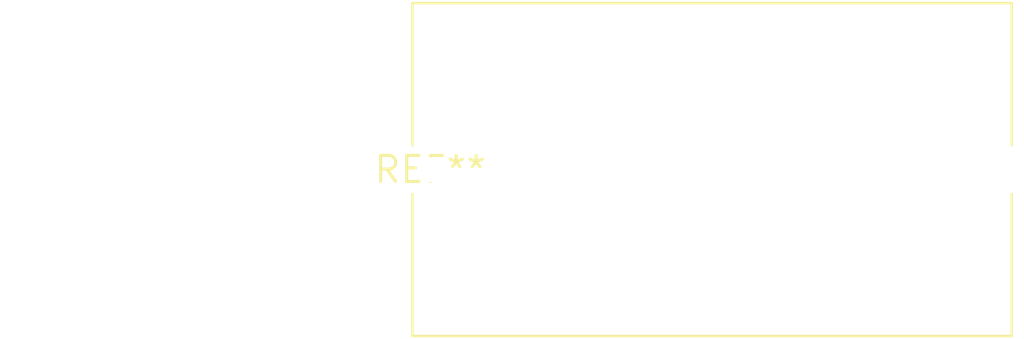
<source format=kicad_pcb>
(kicad_pcb (version 20240108) (generator pcbnew)
  (layers (0 "F.Cu" signal) (31 "B.Cu" signal) (34 "B.Paste" user) (35 "F.Paste" user) (36 "B.SilkS" user "B.Silkscreen") (37 "F.SilkS" user "F.Silkscreen") (38 "B.Mask" user) (39 "F.Mask" user) (44 "Edge.Cuts" user))
  (net 0 "")
  (footprint "C_Rect_L29.0mm_W16.0mm_P27.50mm_MKT" (layer "F.Cu") (at 0 0)
    (property "Reference" "REF**")
    (property "Value" "C_Rect_L29.0mm_W16.0mm_P27.50mm_MKT")
    (fp_line (start -0.87 -8.12) (end -0.87 -1.185) (layer "F.SilkS") (stroke (width 0.12)))
    (fp_line (start -0.87 -8.12) (end 28.37 -8.12) (layer "F.SilkS") (stroke (width 0.12)))
    (fp_line (start -0.87 1.185) (end -0.87 8.12) (layer "F.SilkS") (stroke (width 0.12)))
    (fp_line (start -0.87 8.12) (end 28.37 8.12) (layer "F.SilkS") (stroke (width 0.12)))
    (fp_line (start 28.37 -8.12) (end 28.37 -1.185) (layer "F.SilkS") (stroke (width 0.12)))
    (fp_line (start 28.37 1.185) (end 28.37 8.12) (layer "F.SilkS") (stroke (width 0.12)))
    (pad "1" thru_hole circle (at 0 0) (size 2.4 2.4) (drill 1.2) (layers *.Cu *.Mask) (remove_unused_layers))
    (pad "2" thru_hole circle (at 27.5 0) (size 2.4 2.4) (drill 1.2) (layers *.Cu *.Mask) (remove_unused_layers))
  )
)
</source>
